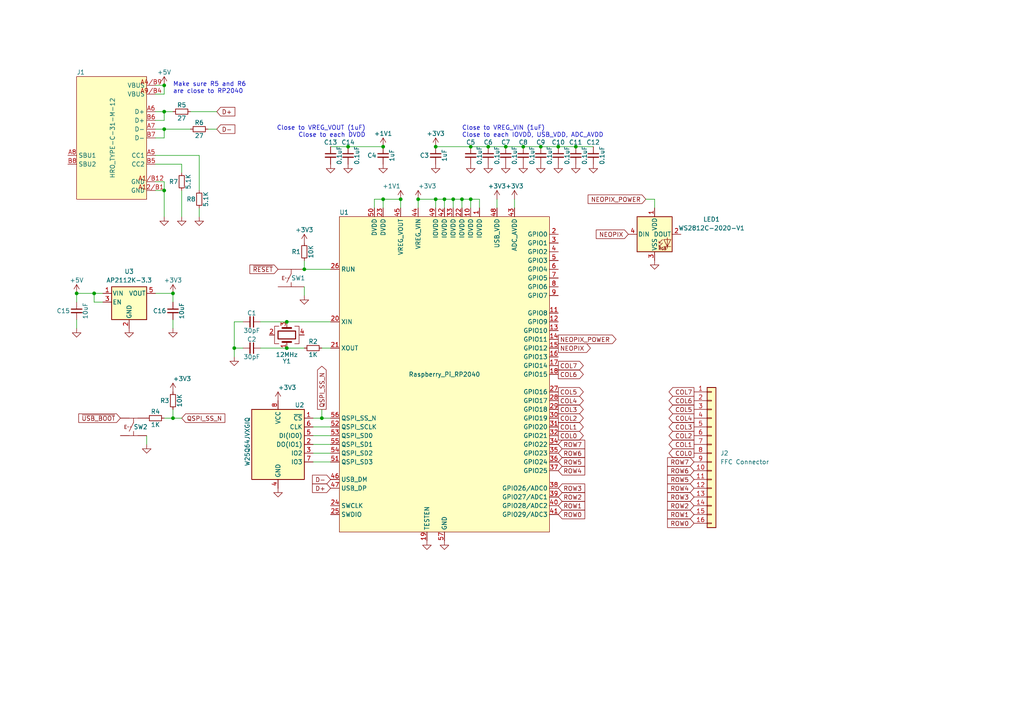
<source format=kicad_sch>
(kicad_sch (version 20230121) (generator eeschema)
  (paper "A4")
  (title_block (title "Three Octave #") (date "2024-01-06") (rev "0.1.0") (comment 1 "https://github.com/takayoshiotake/three-octave-sharp-38-key-keyboard"))
  (lib_symbols
    (symbol "Connector_Generic:Conn_01x16" (pin_names (offset 1.016) hide)
      (property "Reference" "J" (at 0 20.32 0))
      (property "Value" "Conn_01x16" (at 0 -22.86 0))
      (symbol "Conn_01x16_1_1"
        (rectangle (start -1.27 -20.193) (end 0 -20.447) (stroke (width 0.1524)))
        (rectangle (start -1.27 -17.653) (end 0 -17.907) (stroke (width 0.1524)))
        (rectangle (start -1.27 -15.113) (end 0 -15.367) (stroke (width 0.1524)))
        (rectangle (start -1.27 -12.573) (end 0 -12.827) (stroke (width 0.1524)))
        (rectangle (start -1.27 -10.033) (end 0 -10.287) (stroke (width 0.1524)))
        (rectangle (start -1.27 -7.493) (end 0 -7.747) (stroke (width 0.1524)))
        (rectangle (start -1.27 -4.953) (end 0 -5.207) (stroke (width 0.1524)))
        (rectangle (start -1.27 -2.413) (end 0 -2.667) (stroke (width 0.1524)))
        (rectangle (start -1.27 0.127) (end 0 -0.127) (stroke (width 0.1524)))
        (rectangle (start -1.27 2.667) (end 0 2.413) (stroke (width 0.1524)))
        (rectangle (start -1.27 5.207) (end 0 4.953) (stroke (width 0.1524)))
        (rectangle (start -1.27 7.747) (end 0 7.493) (stroke (width 0.1524)))
        (rectangle (start -1.27 10.287) (end 0 10.033) (stroke (width 0.1524)))
        (rectangle (start -1.27 12.827) (end 0 12.573) (stroke (width 0.1524)))
        (rectangle (start -1.27 15.367) (end 0 15.113) (stroke (width 0.1524)))
        (rectangle (start -1.27 17.907) (end 0 17.653) (stroke (width 0.1524)))
        (rectangle (start -1.27 19.05) (end 1.27 -21.59) (stroke (width 0.254)) (fill (type background)))
        (pin passive line (at -5.08 17.78 0) (length 3.81) (name "Pin_1") (number "1"))
        (pin passive line (at -5.08 -5.08 0) (length 3.81) (name "Pin_10") (number "10"))
        (pin passive line (at -5.08 -7.62 0) (length 3.81) (name "Pin_11") (number "11"))
        (pin passive line (at -5.08 -10.16 0) (length 3.81) (name "Pin_12") (number "12"))
        (pin passive line (at -5.08 -12.7 0) (length 3.81) (name "Pin_13") (number "13"))
        (pin passive line (at -5.08 -15.24 0) (length 3.81) (name "Pin_14") (number "14"))
        (pin passive line (at -5.08 -17.78 0) (length 3.81) (name "Pin_15") (number "15"))
        (pin passive line (at -5.08 -20.32 0) (length 3.81) (name "Pin_16") (number "16"))
        (pin passive line (at -5.08 15.24 0) (length 3.81) (name "Pin_2") (number "2"))
        (pin passive line (at -5.08 12.7 0) (length 3.81) (name "Pin_3") (number "3"))
        (pin passive line (at -5.08 10.16 0) (length 3.81) (name "Pin_4") (number "4"))
        (pin passive line (at -5.08 7.62 0) (length 3.81) (name "Pin_5") (number "5"))
        (pin passive line (at -5.08 5.08 0) (length 3.81) (name "Pin_6") (number "6"))
        (pin passive line (at -5.08 2.54 0) (length 3.81) (name "Pin_7") (number "7"))
        (pin passive line (at -5.08 0 0) (length 3.81) (name "Pin_8") (number "8"))
        (pin passive line (at -5.08 -2.54 0) (length 3.81) (name "Pin_9") (number "9"))
      )
    )
    (symbol "Device:C_Small" (pin_numbers hide) (pin_names (offset 0.254) hide)
      (property "Reference" "C" (at 0.254 1.778 0))
      (property "Value" "C_Small" (at 0.254 -2.032 0))
      (symbol "C_Small_0_1"
        (polyline (pts (xy -1.524 -0.508) (xy 1.524 -0.508)) (stroke (width 0.3302)))
        (polyline (pts (xy -1.524 0.508) (xy 1.524 0.508)) (stroke (width 0.3048)))
      )
      (symbol "C_Small_1_1"
        (pin passive line (at 0 2.54 270) (length 2.032) (name "~") (number "1"))
        (pin passive line (at 0 -2.54 90) (length 2.032) (name "~") (number "2"))
      )
    )
    (symbol "Device:Crystal_GND24" (pin_names (offset 1.016) hide)
      (property "Reference" "Y" (at 3.175 5.08 0))
      (property "Value" "Crystal_GND24" (at 3.175 3.175 0))
      (symbol "Crystal_GND24_0_1"
        (rectangle (start -1.143 2.54) (end 1.143 -2.54) (stroke (width 0.3048)))
        (polyline (pts (xy -2.54 0) (xy -2.032 0)))
        (polyline (pts (xy -2.032 -1.27) (xy -2.032 1.27)) (stroke (width 0.508)))
        (polyline (pts (xy 0 -3.81) (xy 0 -3.556)))
        (polyline (pts (xy 0 3.556) (xy 0 3.81)))
        (polyline (pts (xy 2.032 -1.27) (xy 2.032 1.27)) (stroke (width 0.508)))
        (polyline (pts (xy 2.032 0) (xy 2.54 0)))
        (polyline (pts (xy -2.54 -2.286) (xy -2.54 -3.556) (xy 2.54 -3.556) (xy 2.54 -2.286)))
        (polyline (pts (xy -2.54 2.286) (xy -2.54 3.556) (xy 2.54 3.556) (xy 2.54 2.286)))
      )
      (symbol "Crystal_GND24_1_1"
        (pin passive line (at -3.81 0 0) (length 1.27) (name "1") (number "1"))
        (pin passive line (at 0 5.08 270) (length 1.27) (name "2") (number "2"))
        (pin passive line (at 3.81 0 180) (length 1.27) (name "3") (number "3"))
        (pin passive line (at 0 -5.08 90) (length 1.27) (name "4") (number "4"))
      )
    )
    (symbol "Device:R_Small" (pin_numbers hide) (pin_names (offset 0.254) hide)
      (property "Reference" "R" (at 0.762 0.508 0))
      (property "Value" "R_Small" (at 0.762 -1.016 0))
      (symbol "R_Small_0_1"
        (rectangle (start -0.762 1.778) (end 0.762 -1.778) (stroke (width 0.2032)))
      )
      (symbol "R_Small_1_1"
        (pin passive line (at 0 2.54 270) (length 0.762) (name "~") (number "1"))
        (pin passive line (at 0 -2.54 90) (length 0.762) (name "~") (number "2"))
      )
    )
    (symbol "LED:WS2812B" (pin_names (offset 0.254))
      (property "Reference" "D" (at 5.08 5.715 0))
      (property "Value" "WS2812B" (at 1.27 -5.715 0))
      (symbol "WS2812B_0_0"
        (text "RGB" (at 2.286 -4.191 0) (effects (font (size 0.762 0.762))))
      )
      (symbol "WS2812B_0_1"
        (polyline (pts (xy 1.27 -3.556) (xy 1.778 -3.556)))
        (polyline (pts (xy 1.27 -2.54) (xy 1.778 -2.54)))
        (polyline (pts (xy 4.699 -3.556) (xy 2.667 -3.556)))
        (polyline (pts (xy 2.286 -2.54) (xy 1.27 -3.556) (xy 1.27 -3.048)))
        (polyline (pts (xy 2.286 -1.524) (xy 1.27 -2.54) (xy 1.27 -2.032)))
        (polyline (pts (xy 3.683 -1.016) (xy 3.683 -3.556) (xy 3.683 -4.064)))
        (polyline (pts (xy 4.699 -1.524) (xy 2.667 -1.524) (xy 3.683 -3.556) (xy 4.699 -1.524)))
        (rectangle (start 5.08 5.08) (end -5.08 -5.08) (stroke (width 0.254)) (fill (type background)))
      )
      (symbol "WS2812B_1_1"
        (pin power_in line (at 0 7.62 270) (length 2.54) (name "VDD") (number "1"))
        (pin output line (at 7.62 0 180) (length 2.54) (name "DOUT") (number "2"))
        (pin power_in line (at 0 -7.62 90) (length 2.54) (name "VSS") (number "3"))
        (pin input line (at -7.62 0 0) (length 2.54) (name "DIN") (number "4"))
      )
    )
    (symbol "Project_Library:Alps_Alpine_SKRP" (pin_numbers hide) (pin_names (offset 0) hide)
      (property "Reference" "SW" (at 0 7.62 0))
      (property "Value" "Alps_Alpine_SKRP" (at 0 5.08 0))
      (symbol "Alps_Alpine_SKRP_0_0"
        (polyline (pts (xy 0 1.27) (xy 1.27 -1.27)))
        (polyline (pts (xy 0.635 0) (xy 1.016 0)))
        (polyline (pts (xy 1.397 0) (xy 1.778 0)))
        (polyline (pts (xy 2.032 -0.508) (xy 2.54 -0.508)))
        (polyline (pts (xy 2.032 0.508) (xy 2.54 0.508)))
        (polyline (pts (xy 2.159 0) (xy 2.54 0)))
        (polyline (pts (xy 2.54 0.508) (xy 2.54 -0.508)))
      )
      (symbol "Alps_Alpine_SKRP_0_1"
        (polyline (pts (xy -1.27 -2.54) (xy 1.27 -2.54)))
        (polyline (pts (xy 0 -1.27) (xy 0 -2.54)))
        (polyline (pts (xy 0 2.54) (xy 0 1.27)))
        (polyline (pts (xy 1.27 2.54) (xy -1.27 2.54)))
        (pin passive line (at -3.81 2.54 0) (length 2.54) (name "1") (number "1"))
        (pin passive line (at 3.81 2.54 180) (length 2.54) (name "2") (number "2"))
        (pin passive line (at -3.81 -2.54 0) (length 2.54) (name "3") (number "3"))
        (pin passive line (at 3.81 -2.54 180) (length 2.54) (name "4") (number "4"))
      )
    )
    (symbol "Project_Library:HRO_TYPE-C-31-M-12"
      (property "Reference" "J" (at 0 20.32 0))
      (property "Value" "HRO_TYPE-C-31-M-12" (at 0 -20.32 0))
      (symbol "HRO_TYPE-C-31-M-12_0_1"
        (rectangle (start -10.16 17.78) (end 10.16 -17.78) (fill (type background)))
      )
      (symbol "HRO_TYPE-C-31-M-12_1_1"
        (pin power_out line (at 12.7 -12.7 180) (length 2.54) (name "GND") (number "A1/B12"))
        (pin power_out line (at 12.7 -15.24 180) (length 2.54) (name "GND") (number "A12/B1"))
        (pin power_out line (at 12.7 15.24 180) (length 2.54) (name "VBUS") (number "A4/B9"))
        (pin passive line (at 12.7 -5.08 180) (length 2.54) (name "CC1") (number "A5"))
        (pin passive line (at 12.7 7.62 180) (length 2.54) (name "D+") (number "A6"))
        (pin passive line (at 12.7 2.54 180) (length 2.54) (name "D-") (number "A7"))
        (pin passive line (at -12.7 -5.08 0) (length 2.54) (name "SBU1") (number "A8"))
        (pin power_out line (at 12.7 12.7 180) (length 2.54) (name "VBUS") (number "A9/B4"))
        (pin passive line (at 12.7 -7.62 180) (length 2.54) (name "CC2") (number "B5"))
        (pin passive line (at 12.7 5.08 180) (length 2.54) (name "D+") (number "B6"))
        (pin passive line (at 12.7 0 180) (length 2.54) (name "D-") (number "B7"))
        (pin passive line (at -12.7 -7.62 0) (length 2.54) (name "SBU2") (number "B8"))
      )
    )
    (symbol "Project_Library:Raspberry_Pi_RP2040"
      (property "Reference" "U" (at -30.48 48.26 0))
      (property "Value" "Raspberry_Pi_RP2040" (at 30.48 -48.26 0))
      (symbol "Raspberry_Pi_RP2040_0_1"
        (rectangle (start -30.48 45.72) (end 30.48 -45.72) (fill (type background)))
      )
      (symbol "Raspberry_Pi_RP2040_1_1"
        (pin power_in line (at 10.16 48.26 270) (length 2.54) (name "IOVDD") (number "1"))
        (pin power_in line (at 7.62 48.26 270) (length 2.54) (name "IOVDD") (number "10"))
        (pin bidirectional line (at 33.02 17.78 180) (length 2.54) (name "GPIO8") (number "11"))
        (pin bidirectional line (at 33.02 15.24 180) (length 2.54) (name "GPIO9") (number "12"))
        (pin bidirectional line (at 33.02 12.7 180) (length 2.54) (name "GPIO10") (number "13"))
        (pin bidirectional line (at 33.02 10.16 180) (length 2.54) (name "GPIO11") (number "14"))
        (pin bidirectional line (at 33.02 7.62 180) (length 2.54) (name "GPIO12") (number "15"))
        (pin bidirectional line (at 33.02 5.08 180) (length 2.54) (name "GPIO13") (number "16"))
        (pin bidirectional line (at 33.02 2.54 180) (length 2.54) (name "GPIO14") (number "17"))
        (pin bidirectional line (at 33.02 0 180) (length 2.54) (name "GPIO15") (number "18"))
        (pin passive line (at -5.08 -48.26 90) (length 2.54) (name "TESTEN") (number "19"))
        (pin bidirectional line (at 33.02 40.64 180) (length 2.54) (name "GPIO0") (number "2"))
        (pin input line (at -33.02 15.24 0) (length 2.54) (name "XIN") (number "20"))
        (pin passive line (at -33.02 7.62 0) (length 2.54) (name "XOUT") (number "21"))
        (pin power_in line (at 5.08 48.26 270) (length 2.54) (name "IOVDD") (number "22"))
        (pin power_in line (at -17.78 48.26 270) (length 2.54) (name "DVDD") (number "23"))
        (pin output line (at -33.02 -38.1 0) (length 2.54) (name "SWCLK") (number "24"))
        (pin bidirectional line (at -33.02 -40.64 0) (length 2.54) (name "SWDIO") (number "25"))
        (pin input line (at -33.02 30.48 0) (length 2.54) (name "RUN") (number "26"))
        (pin bidirectional line (at 33.02 -5.08 180) (length 2.54) (name "GPIO16") (number "27"))
        (pin bidirectional line (at 33.02 -7.62 180) (length 2.54) (name "GPIO17") (number "28"))
        (pin bidirectional line (at 33.02 -10.16 180) (length 2.54) (name "GPIO18") (number "29"))
        (pin bidirectional line (at 33.02 38.1 180) (length 2.54) (name "GPIO1") (number "3"))
        (pin bidirectional line (at 33.02 -12.7 180) (length 2.54) (name "GPIO19") (number "30"))
        (pin bidirectional line (at 33.02 -15.24 180) (length 2.54) (name "GPIO20") (number "31"))
        (pin bidirectional line (at 33.02 -17.78 180) (length 2.54) (name "GPIO21") (number "32"))
        (pin power_in line (at 2.54 48.26 270) (length 2.54) (name "IOVDD") (number "33"))
        (pin bidirectional line (at 33.02 -20.32 180) (length 2.54) (name "GPIO22") (number "34"))
        (pin bidirectional line (at 33.02 -22.86 180) (length 2.54) (name "GPIO23") (number "35"))
        (pin bidirectional line (at 33.02 -25.4 180) (length 2.54) (name "GPIO24") (number "36"))
        (pin bidirectional line (at 33.02 -27.94 180) (length 2.54) (name "GPIO25") (number "37"))
        (pin bidirectional line (at 33.02 -33.02 180) (length 2.54) (name "GPIO26/ADC0") (number "38"))
        (pin bidirectional line (at 33.02 -35.56 180) (length 2.54) (name "GPIO27/ADC1") (number "39"))
        (pin bidirectional line (at 33.02 35.56 180) (length 2.54) (name "GPIO2") (number "4"))
        (pin bidirectional line (at 33.02 -38.1 180) (length 2.54) (name "GPIO28/ADC2") (number "40"))
        (pin bidirectional line (at 33.02 -40.64 180) (length 2.54) (name "GPIO29/ADC3") (number "41"))
        (pin power_in line (at 0 48.26 270) (length 2.54) (name "IOVDD") (number "42"))
        (pin power_in line (at 20.32 48.26 270) (length 2.54) (name "ADC_AVDD") (number "43"))
        (pin power_in line (at -7.62 48.26 270) (length 2.54) (name "VREG_VIN") (number "44"))
        (pin power_out line (at -12.7 48.26 270) (length 2.54) (name "VREG_VOUT") (number "45"))
        (pin bidirectional line (at -33.02 -30.48 0) (length 2.54) (name "USB_DM") (number "46"))
        (pin bidirectional line (at -33.02 -33.02 0) (length 2.54) (name "USB_DP") (number "47"))
        (pin power_in line (at 15.24 48.26 270) (length 2.54) (name "USB_VDD") (number "48"))
        (pin power_in line (at -2.54 48.26 270) (length 2.54) (name "IOVDD") (number "49"))
        (pin bidirectional line (at 33.02 33.02 180) (length 2.54) (name "GPIO3") (number "5"))
        (pin power_in line (at -20.32 48.26 270) (length 2.54) (name "DVDD") (number "50"))
        (pin bidirectional line (at -33.02 -25.4 0) (length 2.54) (name "QSPI_SD3") (number "51"))
        (pin output line (at -33.02 -15.24 0) (length 2.54) (name "QSPI_SCLK") (number "52"))
        (pin bidirectional line (at -33.02 -17.78 0) (length 2.54) (name "QSPI_SD0") (number "53"))
        (pin bidirectional line (at -33.02 -22.86 0) (length 2.54) (name "QSPI_SD2") (number "54"))
        (pin bidirectional line (at -33.02 -20.32 0) (length 2.54) (name "QSPI_SD1") (number "55"))
        (pin bidirectional line (at -33.02 -12.7 0) (length 2.54) (name "QSPI_SS_N") (number "56"))
        (pin power_in line (at 0 -48.26 90) (length 2.54) (name "GND") (number "57"))
        (pin bidirectional line (at 33.02 30.48 180) (length 2.54) (name "GPIO4") (number "6"))
        (pin bidirectional line (at 33.02 27.94 180) (length 2.54) (name "GPIO5") (number "7"))
        (pin bidirectional line (at 33.02 25.4 180) (length 2.54) (name "GPIO6") (number "8"))
        (pin bidirectional line (at 33.02 22.86 180) (length 2.54) (name "GPIO7") (number "9"))
      )
    )
    (symbol "Regulator_Linear:AP2112K-3.3" (pin_names (offset 0.254))
      (property "Reference" "U" (at -5.08 5.715 0))
      (property "Value" "AP2112K-3.3" (at 0 5.715 0))
      (symbol "AP2112K-3.3_0_1"
        (rectangle (start -5.08 4.445) (end 5.08 -5.08) (stroke (width 0.254)) (fill (type background)))
      )
      (symbol "AP2112K-3.3_1_1"
        (pin power_in line (at -7.62 2.54 0) (length 2.54) (name "VIN") (number "1"))
        (pin power_in line (at 0 -7.62 90) (length 2.54) (name "GND") (number "2"))
        (pin input line (at -7.62 0 0) (length 2.54) (name "EN") (number "3"))
        (pin no_connect line (at 5.08 0 180) (length 2.54) hide (name "NC") (number "4"))
        (pin power_out line (at 7.62 2.54 180) (length 2.54) (name "VOUT") (number "5"))
      )
    )
    (symbol "W25Q32JVSS_1"
      (property "Reference" "U" (at -6.35 11.43 0))
      (property "Value" "W25Q32JVSS" (at 7.62 11.43 0))
      (symbol "W25Q32JVSS_1_0_1"
        (rectangle (start -7.62 10.16) (end 7.62 -10.16) (stroke (width 0.254)) (fill (type background)))
      )
      (symbol "W25Q32JVSS_1_1_1"
        (pin input line (at -10.16 7.62 0) (length 2.54) (name "~{CS}") (number "1"))
        (pin bidirectional line (at -10.16 0 0) (length 2.54) (name "DO(IO1)") (number "2"))
        (pin bidirectional line (at -10.16 -2.54 0) (length 2.54) (name "IO2") (number "3"))
        (pin power_in line (at 0 -12.7 90) (length 2.54) (name "GND") (number "4"))
        (pin bidirectional line (at -10.16 2.54 0) (length 2.54) (name "DI(IO0)") (number "5"))
        (pin input line (at -10.16 5.08 0) (length 2.54) (name "CLK") (number "6"))
        (pin bidirectional line (at -10.16 -5.08 0) (length 2.54) (name "IO3") (number "7"))
        (pin power_in line (at 0 12.7 270) (length 2.54) (name "VCC") (number "8"))
      )
    )
    (symbol "power:+1V1" (power) (pin_names (offset 0))
      (property "Value" "+1V1" (at 0 3.556 0))
      (symbol "+1V1_0_1"
        (polyline (pts (xy -0.762 1.27) (xy 0 2.54)))
        (polyline (pts (xy 0 0) (xy 0 2.54)))
        (polyline (pts (xy 0 2.54) (xy 0.762 1.27)))
      )
      (symbol "+1V1_1_1"
        (pin power_in line (at 0 0 90) (length 0) hide (name "+1V1") (number "1"))
      )
    )
    (symbol "power:+3V3" (power) (pin_names (offset 0))
      (property "Value" "+3V3" (at 0 3.556 0))
      (symbol "+3V3_0_1"
        (polyline (pts (xy -0.762 1.27) (xy 0 2.54)))
        (polyline (pts (xy 0 0) (xy 0 2.54)))
        (polyline (pts (xy 0 2.54) (xy 0.762 1.27)))
      )
      (symbol "+3V3_1_1"
        (pin power_in line (at 0 0 90) (length 0) hide (name "+3V3") (number "1"))
      )
    )
    (symbol "power:+5V" (power) (pin_names (offset 0))
      (property "Value" "+5V" (at 0 3.556 0))
      (symbol "+5V_0_1"
        (polyline (pts (xy -0.762 1.27) (xy 0 2.54)))
        (polyline (pts (xy 0 0) (xy 0 2.54)))
        (polyline (pts (xy 0 2.54) (xy 0.762 1.27)))
      )
      (symbol "+5V_1_1"
        (pin power_in line (at 0 0 90) (length 0) hide (name "+5V") (number "1"))
      )
    )
    (symbol "power:GND" (power) (pin_names (offset 0))
      (property "Value" "GND" (at 0 -3.81 0))
      (symbol "GND_0_1"
        (polyline (pts (xy 0 0) (xy 0 -1.27) (xy 1.27 -1.27) (xy 0 -2.54) (xy -1.27 -1.27) (xy 0 -1.27)))
      )
      (symbol "GND_1_1"
        (pin power_in line (at 0 0 270) (length 0) hide (name "GND") (number "1"))
      )
    )
  )
  (junction (at 133.985 57.785))
  (junction (at 47.625 32.385))
  (junction (at 146.685 42.545))
  (junction (at 22.225 85.09))
  (junction (at 50.165 121.285))
  (junction (at 126.365 57.785))
  (junction (at 50.165 85.09))
  (junction (at 136.525 57.785))
  (junction (at 111.125 42.545))
  (junction (at 136.525 42.545))
  (junction (at 128.905 57.785))
  (junction (at 151.765 42.545))
  (junction (at 47.625 37.465))
  (junction (at 83.185 93.345))
  (junction (at 156.845 42.545))
  (junction (at 111.125 57.785))
  (junction (at 47.625 55.245))
  (junction (at 88.265 78.105))
  (junction (at 126.365 42.545))
  (junction (at 167.005 42.545))
  (junction (at 131.445 57.785))
  (junction (at 47.625 24.765))
  (junction (at 93.345 121.285))
  (junction (at 116.205 57.785))
  (junction (at 121.285 57.785))
  (junction (at 141.605 42.545))
  (junction (at 161.925 42.545))
  (junction (at 100.965 42.545))
  (junction (at 67.945 100.965))
  (junction (at 27.305 85.09))
  (junction (at 83.185 100.965))
  (wire (pts (xy 139.065 57.785) (xy 136.525 57.785)))
  (wire (pts (xy 93.345 118.745) (xy 93.345 121.285)))
  (wire (pts (xy 90.805 126.365) (xy 95.885 126.365)))
  (wire (pts (xy 45.085 52.705) (xy 47.625 52.705)))
  (wire (pts (xy 22.225 85.09) (xy 27.305 85.09)))
  (wire (pts (xy 133.985 57.785) (xy 133.985 60.325)))
  (wire (pts (xy 144.145 57.785) (xy 144.145 60.325)))
  (wire (pts (xy 45.085 34.925) (xy 47.625 34.925)))
  (wire (pts (xy 45.085 24.765) (xy 47.625 24.765)))
  (wire (pts (xy 141.605 42.545) (xy 146.685 42.545)))
  (wire (pts (xy 116.205 57.785) (xy 116.205 60.325)))
  (wire (pts (xy 126.365 57.785) (xy 121.285 57.785)))
  (wire (pts (xy 128.905 57.785) (xy 126.365 57.785)))
  (wire (pts (xy 90.805 123.825) (xy 95.885 123.825)))
  (wire (pts (xy 45.085 27.305) (xy 47.625 27.305)))
  (wire (pts (xy 90.805 133.985) (xy 95.885 133.985)))
  (wire (pts (xy 42.545 126.365) (xy 42.545 128.905)))
  (wire (pts (xy 47.625 52.705) (xy 47.625 55.245)))
  (wire (pts (xy 151.765 42.545) (xy 156.845 42.545)))
  (wire (pts (xy 47.625 121.285) (xy 50.165 121.285)))
  (wire (pts (xy 45.085 55.245) (xy 47.625 55.245)))
  (wire (pts (xy 45.085 85.09) (xy 50.165 85.09)))
  (wire (pts (xy 90.805 121.285) (xy 93.345 121.285)))
  (wire (pts (xy 45.085 47.625) (xy 52.705 47.625)))
  (wire (pts (xy 47.625 37.465) (xy 55.245 37.465)))
  (wire (pts (xy 52.705 55.245) (xy 52.705 62.865)))
  (wire (pts (xy 100.965 42.545) (xy 111.125 42.545)))
  (wire (pts (xy 29.845 85.09) (xy 27.305 85.09)))
  (wire (pts (xy 156.845 42.545) (xy 161.925 42.545)))
  (wire (pts (xy 88.265 78.105) (xy 95.885 78.105)))
  (wire (pts (xy 50.165 92.71) (xy 50.165 95.25)))
  (wire (pts (xy 161.925 42.545) (xy 167.005 42.545)))
  (wire (pts (xy 45.085 37.465) (xy 47.625 37.465)))
  (wire (pts (xy 22.225 85.09) (xy 22.225 87.63)))
  (wire (pts (xy 47.625 32.385) (xy 50.165 32.385)))
  (wire (pts (xy 88.265 83.185) (xy 88.265 85.725)))
  (wire (pts (xy 126.365 60.325) (xy 126.365 57.785)))
  (wire (pts (xy 146.685 42.545) (xy 151.765 42.545)))
  (wire (pts (xy 108.585 60.325) (xy 108.585 57.785)))
  (wire (pts (xy 136.525 57.785) (xy 133.985 57.785)))
  (wire (pts (xy 131.445 57.785) (xy 131.445 60.325)))
  (wire (pts (xy 47.625 40.005) (xy 47.625 37.465)))
  (wire (pts (xy 139.065 60.325) (xy 139.065 57.785)))
  (wire (pts (xy 126.365 42.545) (xy 136.525 42.545)))
  (wire (pts (xy 111.125 57.785) (xy 116.205 57.785)))
  (wire (pts (xy 111.125 57.785) (xy 111.125 60.325)))
  (wire (pts (xy 67.945 93.345) (xy 70.485 93.345)))
  (wire (pts (xy 67.945 93.345) (xy 67.945 100.965)))
  (wire (pts (xy 22.225 92.71) (xy 22.225 95.25)))
  (wire (pts (xy 95.885 42.545) (xy 100.965 42.545)))
  (wire (pts (xy 131.445 57.785) (xy 128.905 57.785)))
  (wire (pts (xy 45.085 45.085) (xy 57.785 45.085)))
  (wire (pts (xy 29.845 87.63) (xy 27.305 87.63)))
  (wire (pts (xy 47.625 32.385) (xy 47.625 34.925)))
  (wire (pts (xy 88.265 75.565) (xy 88.265 78.105)))
  (wire (pts (xy 50.165 85.09) (xy 50.165 87.63)))
  (wire (pts (xy 88.265 100.965) (xy 83.185 100.965)))
  (wire (pts (xy 149.225 57.785) (xy 149.225 60.325)))
  (wire (pts (xy 45.085 32.385) (xy 47.625 32.385)))
  (wire (pts (xy 60.325 37.465) (xy 62.865 37.465)))
  (wire (pts (xy 75.565 93.345) (xy 83.185 93.345)))
  (wire (pts (xy 93.345 100.965) (xy 95.885 100.965)))
  (wire (pts (xy 128.905 57.785) (xy 128.905 60.325)))
  (wire (pts (xy 93.345 121.285) (xy 95.885 121.285)))
  (wire (pts (xy 55.245 32.385) (xy 62.865 32.385)))
  (wire (pts (xy 57.785 45.085) (xy 57.785 55.245)))
  (wire (pts (xy 45.085 40.005) (xy 47.625 40.005)))
  (wire (pts (xy 136.525 57.785) (xy 136.525 60.325)))
  (wire (pts (xy 50.165 118.745) (xy 50.165 121.285)))
  (wire (pts (xy 90.805 131.445) (xy 95.885 131.445)))
  (wire (pts (xy 90.805 128.905) (xy 95.885 128.905)))
  (wire (pts (xy 108.585 57.785) (xy 111.125 57.785)))
  (wire (pts (xy 52.705 47.625) (xy 52.705 50.165)))
  (wire (pts (xy 47.625 24.765) (xy 47.625 27.305)))
  (wire (pts (xy 187.325 57.785) (xy 189.865 57.785)))
  (wire (pts (xy 47.625 55.245) (xy 47.625 62.865)))
  (wire (pts (xy 83.185 93.345) (xy 95.885 93.345)))
  (wire (pts (xy 57.785 62.865) (xy 57.785 60.325)))
  (wire (pts (xy 136.525 42.545) (xy 141.605 42.545)))
  (wire (pts (xy 50.165 121.285) (xy 52.705 121.285)))
  (wire (pts (xy 27.305 87.63) (xy 27.305 85.09)))
  (wire (pts (xy 167.005 42.545) (xy 172.085 42.545)))
  (wire (pts (xy 189.865 57.785) (xy 189.865 60.325)))
  (wire (pts (xy 121.285 57.785) (xy 121.285 60.325)))
  (wire (pts (xy 75.565 100.965) (xy 83.185 100.965)))
  (wire (pts (xy 133.985 57.785) (xy 131.445 57.785)))
  (wire (pts (xy 67.945 100.965) (xy 67.945 103.505)))
  (wire (pts (xy 67.945 100.965) (xy 70.485 100.965)))
  (text "Make sure R5 and R6\nare close to RP2040" (at 50.165 27.305 0) (effects (font (size 1.27 1.27)) (justify left bottom)))
  (text "Close to VREG_VOUT (1uF)\nClose to each DVDD" (at 106.045 40.005 0) (effects (font (size 1.27 1.27)) (justify right bottom)))
  (text "Close to VREG_VIN (1uF)\nClose to each IOVDD, USB_VDD, ADC_AVDD" (at 133.985 40.005 0) (effects (font (size 1.27 1.27)) (justify left bottom)))
  (global_label "ROW6" (shape input) (at 201.295 136.525 180) (property "Intersheetrefs" "${INTERSHEET_REFS}" (effects hide)))
  (global_label "COL4" (shape output) (at 161.925 116.205 0) (property "Intersheetrefs" "${INTERSHEET_REFS}" (effects hide)))
  (global_label "ROW6" (shape input) (at 161.925 131.445 0) (property "Intersheetrefs" "${INTERSHEET_REFS}" (effects hide)))
  (global_label "COL6" (shape output) (at 161.925 108.585 0) (property "Intersheetrefs" "${INTERSHEET_REFS}" (effects hide)))
  (global_label "ROW3" (shape input) (at 161.925 141.605 0) (property "Intersheetrefs" "${INTERSHEET_REFS}" (effects hide)))
  (global_label "COL7" (shape output) (at 201.295 113.665 180) (property "Intersheetrefs" "${INTERSHEET_REFS}" (effects hide)))
  (global_label "ROW2" (shape input) (at 201.295 146.685 180) (property "Intersheetrefs" "${INTERSHEET_REFS}" (effects hide)))
  (global_label "COL4" (shape output) (at 201.295 121.285 180) (property "Intersheetrefs" "${INTERSHEET_REFS}" (effects hide)))
  (global_label "ROW2" (shape input) (at 161.925 144.145 0) (property "Intersheetrefs" "${INTERSHEET_REFS}" (effects hide)))
  (global_label "COL0" (shape output) (at 201.295 131.445 180) (property "Intersheetrefs" "${INTERSHEET_REFS}" (effects hide)))
  (global_label "COL1" (shape output) (at 201.295 128.905 180) (property "Intersheetrefs" "${INTERSHEET_REFS}" (effects hide)))
  (global_label "NEOPIX" (shape output) (at 161.925 100.965 0) (property "Intersheetrefs" "${INTERSHEET_REFS}" (effects hide)))
  (global_label "~{USB_BOOT}" (shape input) (at 34.925 121.285 180) (property "Intersheetrefs" "${INTERSHEET_REFS}" (effects hide)))
  (global_label "NEOPIX" (shape input) (at 182.245 67.945 180) (property "Intersheetrefs" "${INTERSHEET_REFS}" (effects hide)))
  (global_label "ROW0" (shape input) (at 201.295 151.765 180) (property "Intersheetrefs" "${INTERSHEET_REFS}" (effects hide)))
  (global_label "ROW3" (shape input) (at 201.295 144.145 180) (property "Intersheetrefs" "${INTERSHEET_REFS}" (effects hide)))
  (global_label "D+" (shape input) (at 62.865 32.385 0) (property "Intersheetrefs" "${INTERSHEET_REFS}" (effects hide)))
  (global_label "COL2" (shape output) (at 161.925 121.285 0) (property "Intersheetrefs" "${INTERSHEET_REFS}" (effects hide)))
  (global_label "D-" (shape input) (at 95.885 139.065 180) (property "Intersheetrefs" "${INTERSHEET_REFS}" (effects hide)))
  (global_label "COL2" (shape output) (at 201.295 126.365 180) (property "Intersheetrefs" "${INTERSHEET_REFS}" (effects hide)))
  (global_label "ROW7" (shape input) (at 161.925 128.905 0) (property "Intersheetrefs" "${INTERSHEET_REFS}" (effects hide)))
  (global_label "D+" (shape input) (at 95.885 141.605 180) (property "Intersheetrefs" "${INTERSHEET_REFS}" (effects hide)))
  (global_label "ROW5" (shape input) (at 161.925 133.985 0) (property "Intersheetrefs" "${INTERSHEET_REFS}" (effects hide)))
  (global_label "QSPI_SS_N" (shape output) (at 93.345 118.745 90) (property "Intersheetrefs" "${INTERSHEET_REFS}" (effects hide)))
  (global_label "ROW1" (shape input) (at 201.295 149.225 180) (property "Intersheetrefs" "${INTERSHEET_REFS}" (effects hide)))
  (global_label "COL1" (shape output) (at 161.925 123.825 0) (property "Intersheetrefs" "${INTERSHEET_REFS}" (effects hide)))
  (global_label "COL5" (shape output) (at 161.925 113.665 0) (property "Intersheetrefs" "${INTERSHEET_REFS}" (effects hide)))
  (global_label "ROW4" (shape input) (at 201.295 141.605 180) (property "Intersheetrefs" "${INTERSHEET_REFS}" (effects hide)))
  (global_label "ROW5" (shape input) (at 201.295 139.065 180) (property "Intersheetrefs" "${INTERSHEET_REFS}" (effects hide)))
  (global_label "COL5" (shape output) (at 201.295 118.745 180) (property "Intersheetrefs" "${INTERSHEET_REFS}" (effects hide)))
  (global_label "COL6" (shape output) (at 201.295 116.205 180) (property "Intersheetrefs" "${INTERSHEET_REFS}" (effects hide)))
  (global_label "NEOPIX_POWER" (shape input) (at 187.325 57.785 180) (property "Intersheetrefs" "${INTERSHEET_REFS}" (effects hide)))
  (global_label "COL3" (shape output) (at 161.925 118.745 0) (property "Intersheetrefs" "${INTERSHEET_REFS}" (effects hide)))
  (global_label "QSPI_SS_N" (shape input) (at 52.705 121.285 0) (property "Intersheetrefs" "${INTERSHEET_REFS}" (effects hide)))
  (global_label "COL3" (shape output) (at 201.295 123.825 180) (property "Intersheetrefs" "${INTERSHEET_REFS}" (effects hide)))
  (global_label "COL0" (shape output) (at 161.925 126.365 0) (property "Intersheetrefs" "${INTERSHEET_REFS}" (effects hide)))
  (global_label "NEOPIX_POWER" (shape output) (at 161.925 98.425 0) (property "Intersheetrefs" "${INTERSHEET_REFS}" (effects hide)))
  (global_label "COL7" (shape output) (at 161.925 106.045 0) (property "Intersheetrefs" "${INTERSHEET_REFS}" (effects hide)))
  (global_label "D-" (shape input) (at 62.865 37.465 0) (property "Intersheetrefs" "${INTERSHEET_REFS}" (effects hide)))
  (global_label "ROW4" (shape input) (at 161.925 136.525 0) (property "Intersheetrefs" "${INTERSHEET_REFS}" (effects hide)))
  (global_label "ROW7" (shape input) (at 201.295 133.985 180) (property "Intersheetrefs" "${INTERSHEET_REFS}" (effects hide)))
  (global_label "~{RESET}" (shape input) (at 80.645 78.105 180) (property "Intersheetrefs" "${INTERSHEET_REFS}" (effects hide)))
  (global_label "ROW0" (shape input) (at 161.925 149.225 0) (property "Intersheetrefs" "${INTERSHEET_REFS}" (effects hide)))
  (global_label "ROW1" (shape input) (at 161.925 146.685 0) (property "Intersheetrefs" "${INTERSHEET_REFS}" (effects hide)))
  (symbol (lib_id "power:GND") (at 57.785 62.865 0) (unit 1)
    (property "Reference" "#PWR011" (effects hide))
    (property "Value" "GND" (effects hide))
  )
  (symbol (lib_id "power:+1V1") (at 111.125 42.545 0) (unit 1)
    (property "Reference" "#PWR06" (effects hide))
    (property "Value" "+1V1" (at 111.125 38.735 0))
  )
  (symbol (lib_id "power:GND") (at 37.465 95.25 0) (unit 1)
    (property "Reference" "#PWR020" (effects hide))
    (property "Value" "GND" (effects hide))
  )
  (symbol (lib_id "Project_Library:Alps_Alpine_SKRP") (at 38.735 123.825 0) (mirror y) (unit 1)
    (property "Reference" "SW2" (at 38.735 123.825 0) (effects (justify right)))
    (property "Value" "Alps_Alpine_SKRP" (effects hide))
    (property "Footprint" "Project_Library:Tactile_Switch_SKRP_Series" (effects hide))
    (property "LCSC" "C470426" (effects hide))
  )
  (symbol (lib_id "Device:R_Small") (at 50.165 116.205 0) (unit 1)
    (property "Reference" "R3" (at 49.149 116.205 0) (effects (justify right)))
    (property "Value" "10K" (at 52.07 116.205 90))
    (property "Footprint" "Resistor_SMD:R_0402_1005Metric" (effects hide))
    (property "LCSC" "C25744" (effects hide))
  )
  (symbol (lib_id "power:GND") (at 146.685 47.625 0) (unit 1)
    (property "Reference" "#PWR025" (effects hide))
    (property "Value" "GND" (effects hide))
  )
  (symbol (lib_id "power:GND") (at 52.705 62.865 0) (unit 1)
    (property "Reference" "#PWR010" (effects hide))
    (property "Value" "GND" (effects hide))
  )
  (symbol (lib_id "power:+3V3") (at 149.225 57.785 0) (unit 1)
    (property "Reference" "#PWR024" (effects hide))
    (property "Value" "+3V3" (at 149.225 53.975 0))
  )
  (symbol (lib_id "power:GND") (at 50.165 95.25 0) (unit 1)
    (property "Reference" "#PWR027" (effects hide))
    (property "Value" "GND" (effects hide))
  )
  (symbol (lib_id "power:+3V3") (at 126.365 42.545 0) (unit 1)
    (property "Reference" "#PWR018" (effects hide))
    (property "Value" "+3V3" (at 126.365 38.735 0))
  )
  (symbol (lib_id "Device:R_Small") (at 57.785 57.785 0) (unit 1)
    (property "Reference" "R8" (at 56.769 57.785 0) (effects (justify right)))
    (property "Value" "5.1K" (at 59.69 57.785 90))
    (property "Footprint" "Resistor_SMD:R_0402_1005Metric" (effects hide))
    (property "LCSC" "C25905" (effects hide))
  )
  (symbol (lib_id "Project_Library:Alps_Alpine_SKRP") (at 84.455 80.645 0) (mirror y) (unit 1)
    (property "Reference" "SW1" (at 84.455 80.645 0) (effects (justify right)))
    (property "Value" "Alps_Alpine_SKRP" (effects hide))
    (property "Footprint" "Project_Library:Tactile_Switch_SKRP_Series" (effects hide))
    (property "LCSC" "C470426" (effects hide))
  )
  (symbol (lib_id "power:GND") (at 156.845 47.625 0) (unit 1)
    (property "Reference" "#PWR029" (effects hide))
    (property "Value" "GND" (effects hide))
  )
  (symbol (lib_id "power:GND") (at 111.125 47.625 0) (unit 1)
    (property "Reference" "#PWR07" (effects hide))
    (property "Value" "GND" (effects hide))
  )
  (symbol (lib_id "power:+5V") (at 22.225 85.09 0) (unit 1)
    (property "Reference" "#PWR015" (effects hide))
    (property "Value" "+5V" (at 22.225 81.28 0))
  )
  (symbol (lib_id "Device:R_Small") (at 90.805 100.965 270) (unit 1)
    (property "Reference" "R2" (at 90.805 99.06 90))
    (property "Value" "1K" (at 90.805 102.87 90))
    (property "Footprint" "Resistor_SMD:R_0402_1005Metric" (effects hide))
    (property "LCSC" "C11702" (effects hide))
  )
  (symbol (lib_id "power:GND") (at 126.365 47.625 0) (unit 1)
    (property "Reference" "#PWR019" (effects hide))
    (property "Value" "GND" (effects hide))
  )
  (symbol (lib_id "power:GND") (at 22.225 95.25 0) (unit 1)
    (property "Reference" "#PWR016" (effects hide))
    (property "Value" "GND" (effects hide))
  )
  (symbol (lib_id "Device:C_Small") (at 73.025 100.965 270) (unit 1)
    (property "Reference" "C2" (at 73.025 98.425 90))
    (property "Value" "30pF" (at 73.025 103.505 90))
    (property "Footprint" "Capacitor_SMD:C_0402_1005Metric" (effects hide))
    (property "LCSC" "C1570" (effects hide))
  )
  (symbol (lib_id "Device:C_Small") (at 22.225 90.17 0) (unit 1)
    (property "Reference" "C15" (at 20.32 90.17 0) (effects (justify right)))
    (property "Value" "10uF" (at 24.765 90.17 90))
    (property "Footprint" "Capacitor_SMD:C_0402_1005Metric" (effects hide))
    (property "LCSC" "C15525" (effects hide))
  )
  (symbol (lib_id "power:GND") (at 80.645 141.605 0) (unit 1)
    (property "Reference" "#PWR043" (effects hide))
    (property "Value" "GND" (effects hide))
  )
  (symbol (lib_id "power:GND") (at 67.945 103.505 0) (unit 1)
    (property "Reference" "#PWR01" (effects hide))
    (property "Value" "GND" (effects hide))
  )
  (symbol (lib_id "Device:R_Small") (at 45.085 121.285 270) (unit 1)
    (property "Reference" "R4" (at 45.085 119.38 90))
    (property "Value" "1K" (at 45.085 123.19 90))
    (property "Footprint" "Resistor_SMD:R_0402_1005Metric" (effects hide))
    (property "LCSC" "C11702" (effects hide))
  )
  (symbol (lib_id "power:GND") (at 141.605 47.625 0) (unit 1)
    (property "Reference" "#PWR023" (effects hide))
    (property "Value" "GND" (effects hide))
  )
  (symbol (lib_id "power:GND") (at 47.625 62.865 0) (unit 1)
    (property "Reference" "#PWR09" (effects hide))
    (property "Value" "GND" (effects hide))
  )
  (symbol (lib_id "Device:C_Small") (at 136.525 45.085 0) (unit 1)
    (property "Reference" "C5" (at 136.525 41.275 0))
    (property "Value" "0.1uF" (at 139.065 45.085 90))
    (property "Footprint" "Capacitor_SMD:C_0402_1005Metric" (effects hide))
    (property "LCSC" "C307331" (effects hide))
  )
  (symbol (lib_id "power:+3V3") (at 50.165 113.665 0) (unit 1)
    (property "Reference" "#PWR038" (effects hide))
    (property "Value" "+3V3" (at 50.165 109.855 0) (effects (justify left)))
  )
  (symbol (lib_id "Device:C_Small") (at 95.885 45.085 0) (unit 1)
    (property "Reference" "C13" (at 95.885 41.275 0))
    (property "Value" "0.1uF" (at 98.425 45.085 90))
    (property "Footprint" "Capacitor_SMD:C_0402_1005Metric" (effects hide))
    (property "LCSC" "C307331" (effects hide))
  )
  (symbol (lib_id "power:+3V3") (at 121.285 57.785 0) (unit 1)
    (property "Reference" "#PWR013" (effects hide))
    (property "Value" "+3V3" (at 121.285 53.975 0) (effects (justify left)))
  )
  (symbol (lib_id "Device:R_Small") (at 57.785 37.465 270) (unit 1)
    (property "Reference" "R6" (at 57.785 35.56 90))
    (property "Value" "27" (at 57.785 39.37 90))
    (property "Footprint" "Resistor_SMD:R_0402_1005Metric" (effects hide))
    (property "LCSC" "C352446" (effects hide))
  )
  (symbol (lib_id "power:GND") (at 88.265 85.725 0) (unit 1)
    (property "Reference" "#PWR05" (effects hide))
    (property "Value" "GND" (effects hide))
  )
  (symbol (lib_id "power:GND") (at 42.545 128.905 0) (unit 1)
    (property "Reference" "#PWR031" (effects hide))
    (property "Value" "GND" (effects hide))
  )
  (symbol (lib_id "Device:R_Small") (at 88.265 73.025 0) (unit 1)
    (property "Reference" "R1" (at 87.249 73.025 0) (effects (justify right)))
    (property "Value" "10K" (at 90.17 73.025 90))
    (property "Footprint" "Resistor_SMD:R_0402_1005Metric" (effects hide))
    (property "LCSC" "C25744" (effects hide))
  )
  (symbol (lib_id "power:GND") (at 167.005 47.625 0) (unit 1)
    (property "Reference" "#PWR033" (effects hide))
    (property "Value" "GND" (effects hide))
  )
  (symbol (lib_id "power:GND") (at 151.765 47.625 0) (unit 1)
    (property "Reference" "#PWR028" (effects hide))
    (property "Value" "GND" (effects hide))
  )
  (symbol (lib_id "power:GND") (at 128.905 156.845 0) (unit 1)
    (property "Reference" "#PWR017" (effects hide))
    (property "Value" "GND" (effects hide))
  )
  (symbol (lib_id "Regulator_Linear:AP2112K-3.3") (at 37.465 87.63 0) (unit 1)
    (property "Reference" "U3" (at 37.465 78.74 0))
    (property "Value" "AP2112K-3.3" (at 37.465 81.28 0))
    (property "Footprint" "Project_Library:SOT-23-5" (effects hide))
    (property "Datasheet" "https://www.diodes.com/assets/Datasheets/AP2112.pdf" (effects hide))
    (property "LCSC" "C51118" (effects hide))
  )
  (symbol (lib_id "Device:R_Small") (at 52.705 32.385 270) (unit 1)
    (property "Reference" "R5" (at 52.705 30.48 90))
    (property "Value" "27" (at 52.705 34.29 90))
    (property "Footprint" "Resistor_SMD:R_0402_1005Metric" (effects hide))
    (property "LCSC" "C352446" (effects hide))
  )
  (symbol (lib_id "Device:C_Small") (at 100.965 45.085 0) (unit 1)
    (property "Reference" "C14" (at 100.965 41.275 0))
    (property "Value" "0.1uF" (at 103.505 45.085 90))
    (property "Footprint" "Capacitor_SMD:C_0402_1005Metric" (effects hide))
    (property "LCSC" "C307331" (effects hide))
  )
  (symbol (lib_id "Device:C_Small") (at 156.845 45.085 0) (unit 1)
    (property "Reference" "C9" (at 156.845 41.275 0))
    (property "Value" "0.1uF" (at 159.385 45.085 90))
    (property "Footprint" "Capacitor_SMD:C_0402_1005Metric" (effects hide))
    (property "LCSC" "C307331" (effects hide))
  )
  (symbol (lib_id "power:GND") (at 161.925 47.625 0) (unit 1)
    (property "Reference" "#PWR030" (effects hide))
    (property "Value" "GND" (effects hide))
  )
  (symbol (lib_id "Device:C_Small") (at 141.605 45.085 0) (unit 1)
    (property "Reference" "C6" (at 141.605 41.275 0))
    (property "Value" "0.1uF" (at 144.145 45.085 90))
    (property "Footprint" "Capacitor_SMD:C_0402_1005Metric" (effects hide))
    (property "LCSC" "C307331" (effects hide))
  )
  (symbol (lib_id "Device:C_Small") (at 161.925 45.085 0) (unit 1)
    (property "Reference" "C10" (at 161.925 41.275 0))
    (property "Value" "0.1uF" (at 164.465 45.085 90))
    (property "Footprint" "Capacitor_SMD:C_0402_1005Metric" (effects hide))
    (property "LCSC" "C307331" (effects hide))
  )
  (symbol (lib_id "Project_Library:Raspberry_Pi_RP2040") (at 128.905 108.585 0) (unit 1)
    (property "Reference" "U1" (at 98.425 61.595 0) (effects (justify left)))
    (property "Value" "Raspberry_Pi_RP2040" (at 128.905 108.585 0))
    (property "Footprint" "Project_Library:RP2040_QFN-56" (effects hide))
    (property "LCSC" "C2040" (effects hide))
  )
  (symbol (lib_id "Device:C_Small") (at 167.005 45.085 0) (unit 1)
    (property "Reference" "C11" (at 168.91 41.275 0) (effects (justify right)))
    (property "Value" "0.1uF" (at 169.545 45.085 90))
    (property "Footprint" "Capacitor_SMD:C_0402_1005Metric" (effects hide))
    (property "LCSC" "C307331" (effects hide))
  )
  (symbol (lib_id "power:GND") (at 123.825 156.845 0) (unit 1)
    (property "Reference" "#PWR014" (effects hide))
    (property "Value" "GND" (effects hide))
  )
  (symbol (lib_id "power:+3V3") (at 50.165 85.09 0) (unit 1)
    (property "Reference" "#PWR026" (effects hide))
    (property "Value" "+3V3" (at 50.165 81.28 0))
  )
  (symbol (lib_name "W25Q32JVSS_1") (lib_id "Memory_Flash:W25Q32JVSS") (at 80.645 128.905 0) (mirror y) (unit 1)
    (property "Reference" "U2" (at 88.265 117.475 0) (effects (justify left)))
    (property "Value" "W25Q64JVXGIQ" (at 71.755 135.255 90) (effects (justify left)))
    (property "Footprint" "Project_Library:XSON-8-EP_4x4mm" (effects hide))
    (property "Datasheet" "http://www.winbond.com/resource-files/w25q32jv%20revg%2003272018%20plus.pdf" (effects hide))
    (property "LCSC" "C2940195" (effects hide))
  )
  (symbol (lib_id "power:GND") (at 189.865 75.565 0) (unit 1)
    (property "Reference" "#PWR041" (effects hide))
    (property "Value" "GND" (effects hide))
  )
  (symbol (lib_id "Device:C_Small") (at 111.125 45.085 0) (unit 1)
    (property "Reference" "C4" (at 109.22 45.085 0) (effects (justify right)))
    (property "Value" "1uF" (at 113.665 45.085 90))
    (property "Footprint" "Capacitor_SMD:C_0402_1005Metric" (effects hide))
    (property "LCSC" "C52923" (effects hide))
  )
  (symbol (lib_id "Device:Crystal_GND24") (at 83.185 97.155 90) (unit 1)
    (property "Reference" "Y1" (at 83.185 104.775 90))
    (property "Value" "12MHz" (at 83.185 102.87 90))
    (property "Footprint" "Crystal:Crystal_SMD_3225-4Pin_3.2x2.5mm" (effects hide))
    (property "LCSC" "C9002" (effects hide))
  )
  (symbol (lib_id "Device:C_Small") (at 126.365 45.085 0) (unit 1)
    (property "Reference" "C3" (at 124.46 45.085 0) (effects (justify right)))
    (property "Value" "1uF" (at 128.905 45.085 90))
    (property "Footprint" "Capacitor_SMD:C_0402_1005Metric" (effects hide))
    (property "LCSC" "C52923" (effects hide))
  )
  (symbol (lib_id "power:GND") (at 172.085 47.625 0) (unit 1)
    (property "Reference" "#PWR035" (effects hide))
    (property "Value" "GND" (effects hide))
  )
  (symbol (lib_id "power:GND") (at 95.885 47.625 0) (unit 1)
    (property "Reference" "#PWR02" (effects hide))
    (property "Value" "GND" (effects hide))
  )
  (symbol (lib_id "Project_Library:HRO_TYPE-C-31-M-12") (at 32.385 40.005 0) (unit 1)
    (property "Reference" "J1" (at 22.225 20.955 0) (effects (justify left)))
    (property "Value" "HRO_TYPE-C-31-M-12" (at 32.639 40.005 90))
    (property "Footprint" "Project_Library:HRO_TYPE-C-31-M-12" (effects hide))
    (property "LCSC" "C165948" (effects hide))
  )
  (symbol (lib_id "Device:C_Small") (at 146.685 45.085 0) (unit 1)
    (property "Reference" "C7" (at 146.685 41.275 0))
    (property "Value" "0.1uF" (at 149.225 45.085 90))
    (property "Footprint" "Capacitor_SMD:C_0402_1005Metric" (effects hide))
    (property "LCSC" "C307331" (effects hide))
  )
  (symbol (lib_id "power:+3V3") (at 88.265 70.485 0) (unit 1)
    (property "Reference" "#PWR04" (effects hide))
    (property "Value" "+3V3" (at 88.265 66.675 0))
  )
  (symbol (lib_id "Connector_Generic:Conn_01x16") (at 206.375 131.445 0) (unit 1)
    (property "Reference" "J2" (at 208.915 131.445 0) (effects (justify left)))
    (property "Value" "FFC Connector" (at 208.915 133.985 0) (effects (justify left)))
    (property "Footprint" "Project_Library:JUSHUO_AFC01-S16FCC-00" (effects hide))
    (property "LCSC" "C262272" (effects hide))
  )
  (symbol (lib_id "Device:C_Small") (at 172.085 45.085 0) (unit 1)
    (property "Reference" "C12" (at 173.99 41.275 0) (effects (justify right)))
    (property "Value" "0.1uF" (at 174.625 45.085 90))
    (property "Footprint" "Capacitor_SMD:C_0402_1005Metric" (effects hide))
    (property "LCSC" "C307331" (effects hide))
  )
  (symbol (lib_id "Device:R_Small") (at 52.705 52.705 0) (unit 1)
    (property "Reference" "R7" (at 51.689 52.705 0) (effects (justify right)))
    (property "Value" "5.1K" (at 54.61 52.705 90))
    (property "Footprint" "Resistor_SMD:R_0402_1005Metric" (effects hide))
    (property "LCSC" "C25905" (effects hide))
  )
  (symbol (lib_id "power:GND") (at 100.965 47.625 0) (unit 1)
    (property "Reference" "#PWR03" (effects hide))
    (property "Value" "GND" (effects hide))
  )
  (symbol (lib_id "power:+3V3") (at 80.645 116.205 0) (unit 1)
    (property "Reference" "#PWR042" (effects hide))
    (property "Value" "+3V3" (at 80.645 112.395 0) (effects (justify left)))
  )
  (symbol (lib_id "power:+5V") (at 47.625 24.765 0) (unit 1)
    (property "Reference" "#PWR08" (effects hide))
    (property "Value" "+5V" (at 47.625 20.955 0))
  )
  (symbol (lib_id "LED:WS2812B") (at 189.865 67.945 0) (unit 1)
    (property "Reference" "LED1" (at 206.375 63.6143 0))
    (property "Value" "WS2812C-2020-V1" (at 206.375 66.1543 0))
    (property "Footprint" "Project_Library:WS2812C-2020" (effects hide))
    (property "LCSC" "C2976072" (effects hide))
  )
  (symbol (lib_id "Device:C_Small") (at 50.165 90.17 0) (unit 1)
    (property "Reference" "C16" (at 48.26 90.17 0) (effects (justify right)))
    (property "Value" "10uF" (at 52.705 90.17 90))
    (property "Footprint" "Capacitor_SMD:C_0402_1005Metric" (effects hide))
    (property "LCSC" "C15525" (effects hide))
  )
  (symbol (lib_id "power:GND") (at 136.525 47.625 0) (unit 1)
    (property "Reference" "#PWR021" (effects hide))
    (property "Value" "GND" (effects hide))
  )
  (symbol (lib_id "Device:C_Small") (at 73.025 93.345 270) (unit 1)
    (property "Reference" "C1" (at 73.025 90.805 90))
    (property "Value" "30pF" (at 73.025 95.885 90))
    (property "Footprint" "Capacitor_SMD:C_0402_1005Metric" (effects hide))
    (property "LCSC" "C1570" (effects hide))
  )
  (symbol (lib_id "power:+1V1") (at 116.205 57.785 0) (unit 1)
    (property "Reference" "#PWR012" (effects hide))
    (property "Value" "+1V1" (at 116.205 53.975 0) (effects (justify right)))
  )
  (symbol (lib_id "Device:C_Small") (at 151.765 45.085 0) (unit 1)
    (property "Reference" "C8" (at 151.765 41.275 0))
    (property "Value" "0.1uF" (at 154.305 45.085 90))
    (property "Footprint" "Capacitor_SMD:C_0402_1005Metric" (effects hide))
    (property "LCSC" "C307331" (effects hide))
  )
  (symbol (lib_id "power:+3V3") (at 144.145 57.785 0) (unit 1)
    (property "Reference" "#PWR022" (effects hide))
    (property "Value" "+3V3" (at 144.145 53.975 0))
  )
)
</source>
